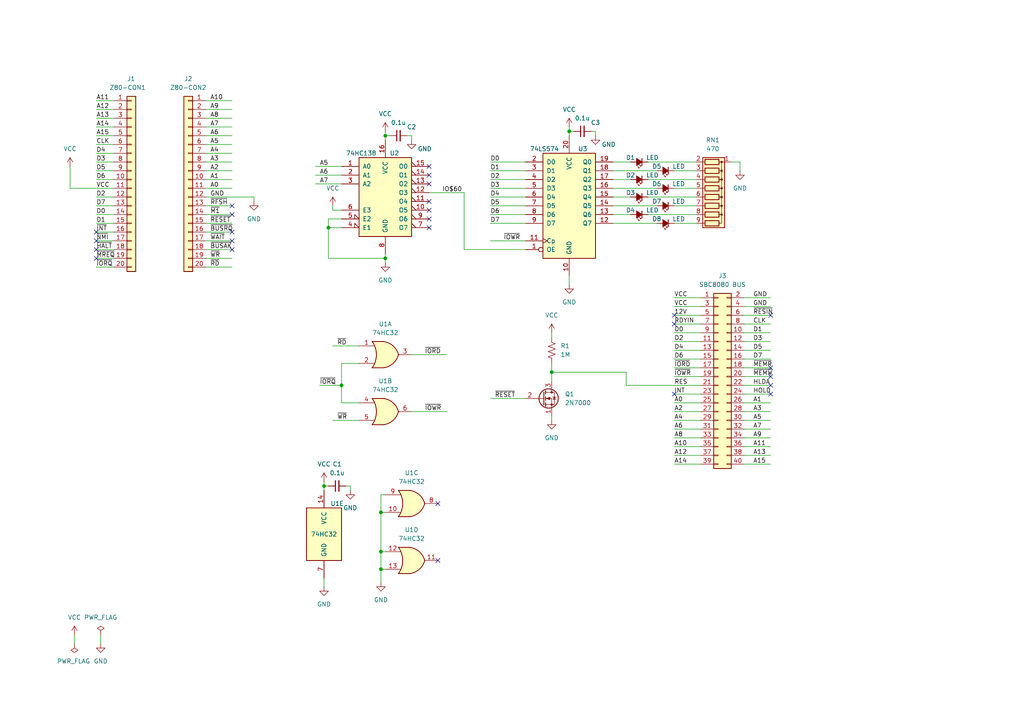
<source format=kicad_sch>
(kicad_sch (version 20211123) (generator eeschema)
  (paper "A4")
  (title_block (title "EMUZ80用 SBC8080バスアダプタ") (date "2022-05-07") (rev "1") (company "KUNI-NET"))
  (lib_symbols
    (symbol "74xx:74LS138" (pin_names (offset 1.016))
      (property "Reference" "U" (at -7.62 11.43 0))
      (property "Value" "74LS138" (at -7.62 -13.97 0))
      (symbol "74LS138_1_0"
        (pin input line (at -12.7 7.62 0) (length 5.08) (name "A0") (number "1"))
        (pin output output_low (at 12.7 -5.08 180) (length 5.08) (name "O5") (number "10"))
        (pin output output_low (at 12.7 -2.54 180) (length 5.08) (name "O4") (number "11"))
        (pin output output_low (at 12.7 0 180) (length 5.08) (name "O3") (number "12"))
        (pin output output_low (at 12.7 2.54 180) (length 5.08) (name "O2") (number "13"))
        (pin output output_low (at 12.7 5.08 180) (length 5.08) (name "O1") (number "14"))
        (pin output output_low (at 12.7 7.62 180) (length 5.08) (name "O0") (number "15"))
        (pin power_in line (at 0 15.24 270) (length 5.08) (name "VCC") (number "16"))
        (pin input line (at -12.7 5.08 0) (length 5.08) (name "A1") (number "2"))
        (pin input line (at -12.7 2.54 0) (length 5.08) (name "A2") (number "3"))
        (pin input input_low (at -12.7 -10.16 0) (length 5.08) (name "E1") (number "4"))
        (pin input input_low (at -12.7 -7.62 0) (length 5.08) (name "E2") (number "5"))
        (pin input line (at -12.7 -5.08 0) (length 5.08) (name "E3") (number "6"))
        (pin output output_low (at 12.7 -10.16 180) (length 5.08) (name "O7") (number "7"))
        (pin power_in line (at 0 -17.78 90) (length 5.08) (name "GND") (number "8"))
        (pin output output_low (at 12.7 -7.62 180) (length 5.08) (name "O6") (number "9"))
      )
      (symbol "74LS138_1_1"
        (rectangle (start -7.62 10.16) (end 7.62 -12.7) (stroke (width 0.254)) (fill (type background)))
      )
    )
    (symbol "74xx:74LS32" (pin_names (offset 1.016))
      (property "Reference" "U" (at 0 1.27 0))
      (property "Value" "74LS32" (at 0 -1.27 0))
      (symbol "74LS32_1_1"
        (arc (start -3.81 -3.81) (mid -2.589 0) (end -3.81 3.81) (stroke (width 0.254)))
        (arc (start -0.6096 -3.81) (mid 2.1842 -2.5851) (end 3.81 0) (stroke (width 0.254)) (fill (type background)))
        (polyline (pts (xy -3.81 -3.81) (xy -0.635 -3.81)) (stroke (width 0.254)) (fill (type background)))
        (polyline (pts (xy -3.81 3.81) (xy -0.635 3.81)) (stroke (width 0.254)) (fill (type background)))
        (polyline (pts (xy -0.635 3.81) (xy -3.81 3.81) (xy -3.81 3.81) (xy -3.556 3.4036) (xy -3.0226 2.2606) (xy -2.6924 1.0414) (xy -2.6162 -0.254) (xy -2.7686 -1.4986) (xy -3.175 -2.7178) (xy -3.81 -3.81) (xy -3.81 -3.81) (xy -0.635 -3.81)) (stroke (width -25.4)) (fill (type background)))
        (arc (start 3.81 0) (mid 2.1915 2.5936) (end -0.6096 3.81) (stroke (width 0.254)) (fill (type background)))
        (pin input line (at -7.62 2.54 0) (length 4.318) (name "~") (number "1"))
        (pin input line (at -7.62 -2.54 0) (length 4.318) (name "~") (number "2"))
        (pin output line (at 7.62 0 180) (length 3.81) (name "~") (number "3"))
      )
      (symbol "74LS32_1_2"
        (arc (start 0 -3.81) (mid 3.81 0) (end 0 3.81) (stroke (width 0.254)) (fill (type background)))
        (polyline (pts (xy 0 3.81) (xy -3.81 3.81) (xy -3.81 -3.81) (xy 0 -3.81)) (stroke (width 0.254)) (fill (type background)))
        (pin input inverted (at -7.62 2.54 0) (length 3.81) (name "~") (number "1"))
        (pin input inverted (at -7.62 -2.54 0) (length 3.81) (name "~") (number "2"))
        (pin output inverted (at 7.62 0 180) (length 3.81) (name "~") (number "3"))
      )
      (symbol "74LS32_2_1"
        (arc (start -3.81 -3.81) (mid -2.589 0) (end -3.81 3.81) (stroke (width 0.254)))
        (arc (start -0.6096 -3.81) (mid 2.1842 -2.5851) (end 3.81 0) (stroke (width 0.254)) (fill (type background)))
        (polyline (pts (xy -3.81 -3.81) (xy -0.635 -3.81)) (stroke (width 0.254)) (fill (type background)))
        (polyline (pts (xy -3.81 3.81) (xy -0.635 3.81)) (stroke (width 0.254)) (fill (type background)))
        (polyline (pts (xy -0.635 3.81) (xy -3.81 3.81) (xy -3.81 3.81) (xy -3.556 3.4036) (xy -3.0226 2.2606) (xy -2.6924 1.0414) (xy -2.6162 -0.254) (xy -2.7686 -1.4986) (xy -3.175 -2.7178) (xy -3.81 -3.81) (xy -3.81 -3.81) (xy -0.635 -3.81)) (stroke (width -25.4)) (fill (type background)))
        (arc (start 3.81 0) (mid 2.1915 2.5936) (end -0.6096 3.81) (stroke (width 0.254)) (fill (type background)))
        (pin input line (at -7.62 2.54 0) (length 4.318) (name "~") (number "4"))
        (pin input line (at -7.62 -2.54 0) (length 4.318) (name "~") (number "5"))
        (pin output line (at 7.62 0 180) (length 3.81) (name "~") (number "6"))
      )
      (symbol "74LS32_2_2"
        (arc (start 0 -3.81) (mid 3.81 0) (end 0 3.81) (stroke (width 0.254)) (fill (type background)))
        (polyline (pts (xy 0 3.81) (xy -3.81 3.81) (xy -3.81 -3.81) (xy 0 -3.81)) (stroke (width 0.254)) (fill (type background)))
        (pin input inverted (at -7.62 2.54 0) (length 3.81) (name "~") (number "4"))
        (pin input inverted (at -7.62 -2.54 0) (length 3.81) (name "~") (number "5"))
        (pin output inverted (at 7.62 0 180) (length 3.81) (name "~") (number "6"))
      )
      (symbol "74LS32_3_1"
        (arc (start -3.81 -3.81) (mid -2.589 0) (end -3.81 3.81) (stroke (width 0.254)))
        (arc (start -0.6096 -3.81) (mid 2.1842 -2.5851) (end 3.81 0) (stroke (width 0.254)) (fill (type background)))
        (polyline (pts (xy -3.81 -3.81) (xy -0.635 -3.81)) (stroke (width 0.254)) (fill (type background)))
        (polyline (pts (xy -3.81 3.81) (xy -0.635 3.81)) (stroke (width 0.254)) (fill (type background)))
        (polyline (pts (xy -0.635 3.81) (xy -3.81 3.81) (xy -3.81 3.81) (xy -3.556 3.4036) (xy -3.0226 2.2606) (xy -2.6924 1.0414) (xy -2.6162 -0.254) (xy -2.7686 -1.4986) (xy -3.175 -2.7178) (xy -3.81 -3.81) (xy -3.81 -3.81) (xy -0.635 -3.81)) (stroke (width -25.4)) (fill (type background)))
        (arc (start 3.81 0) (mid 2.1915 2.5936) (end -0.6096 3.81) (stroke (width 0.254)) (fill (type background)))
        (pin input line (at -7.62 -2.54 0) (length 4.318) (name "~") (number "10"))
        (pin output line (at 7.62 0 180) (length 3.81) (name "~") (number "8"))
        (pin input line (at -7.62 2.54 0) (length 4.318) (name "~") (number "9"))
      )
      (symbol "74LS32_3_2"
        (arc (start 0 -3.81) (mid 3.81 0) (end 0 3.81) (stroke (width 0.254)) (fill (type background)))
        (polyline (pts (xy 0 3.81) (xy -3.81 3.81) (xy -3.81 -3.81) (xy 0 -3.81)) (stroke (width 0.254)) (fill (type background)))
        (pin input inverted (at -7.62 -2.54 0) (length 3.81) (name "~") (number "10"))
        (pin output inverted (at 7.62 0 180) (length 3.81) (name "~") (number "8"))
        (pin input inverted (at -7.62 2.54 0) (length 3.81) (name "~") (number "9"))
      )
      (symbol "74LS32_4_1"
        (arc (start -3.81 -3.81) (mid -2.589 0) (end -3.81 3.81) (stroke (width 0.254)))
        (arc (start -0.6096 -3.81) (mid 2.1842 -2.5851) (end 3.81 0) (stroke (width 0.254)) (fill (type background)))
        (polyline (pts (xy -3.81 -3.81) (xy -0.635 -3.81)) (stroke (width 0.254)) (fill (type background)))
        (polyline (pts (xy -3.81 3.81) (xy -0.635 3.81)) (stroke (width 0.254)) (fill (type background)))
        (polyline (pts (xy -0.635 3.81) (xy -3.81 3.81) (xy -3.81 3.81) (xy -3.556 3.4036) (xy -3.0226 2.2606) (xy -2.6924 1.0414) (xy -2.6162 -0.254) (xy -2.7686 -1.4986) (xy -3.175 -2.7178) (xy -3.81 -3.81) (xy -3.81 -3.81) (xy -0.635 -3.81)) (stroke (width -25.4)) (fill (type background)))
        (arc (start 3.81 0) (mid 2.1915 2.5936) (end -0.6096 3.81) (stroke (width 0.254)) (fill (type background)))
        (pin output line (at 7.62 0 180) (length 3.81) (name "~") (number "11"))
        (pin input line (at -7.62 2.54 0) (length 4.318) (name "~") (number "12"))
        (pin input line (at -7.62 -2.54 0) (length 4.318) (name "~") (number "13"))
      )
      (symbol "74LS32_4_2"
        (arc (start 0 -3.81) (mid 3.81 0) (end 0 3.81) (stroke (width 0.254)) (fill (type background)))
        (polyline (pts (xy 0 3.81) (xy -3.81 3.81) (xy -3.81 -3.81) (xy 0 -3.81)) (stroke (width 0.254)) (fill (type background)))
        (pin output inverted (at 7.62 0 180) (length 3.81) (name "~") (number "11"))
        (pin input inverted (at -7.62 2.54 0) (length 3.81) (name "~") (number "12"))
        (pin input inverted (at -7.62 -2.54 0) (length 3.81) (name "~") (number "13"))
      )
      (symbol "74LS32_5_0"
        (pin power_in line (at 0 12.7 270) (length 5.08) (name "VCC") (number "14"))
        (pin power_in line (at 0 -12.7 90) (length 5.08) (name "GND") (number "7"))
      )
      (symbol "74LS32_5_1"
        (rectangle (start -5.08 7.62) (end 5.08 -7.62) (stroke (width 0.254)) (fill (type background)))
      )
    )
    (symbol "74xx:74LS574" (pin_names (offset 1.016))
      (property "Reference" "U" (at -7.62 16.51 0))
      (property "Value" "74LS574" (at -7.62 -16.51 0))
      (symbol "74LS574_1_0"
        (pin input inverted (at -12.7 -12.7 0) (length 5.08) (name "OE") (number "1"))
        (pin power_in line (at 0 -20.32 90) (length 5.08) (name "GND") (number "10"))
        (pin input clock (at -12.7 -10.16 0) (length 5.08) (name "Cp") (number "11"))
        (pin tri_state line (at 12.7 -5.08 180) (length 5.08) (name "Q7") (number "12"))
        (pin tri_state line (at 12.7 -2.54 180) (length 5.08) (name "Q6") (number "13"))
        (pin tri_state line (at 12.7 0 180) (length 5.08) (name "Q5") (number "14"))
        (pin tri_state line (at 12.7 2.54 180) (length 5.08) (name "Q4") (number "15"))
        (pin tri_state line (at 12.7 5.08 180) (length 5.08) (name "Q3") (number "16"))
        (pin tri_state line (at 12.7 7.62 180) (length 5.08) (name "Q2") (number "17"))
        (pin tri_state line (at 12.7 10.16 180) (length 5.08) (name "Q1") (number "18"))
        (pin tri_state line (at 12.7 12.7 180) (length 5.08) (name "Q0") (number "19"))
        (pin input line (at -12.7 12.7 0) (length 5.08) (name "D0") (number "2"))
        (pin power_in line (at 0 20.32 270) (length 5.08) (name "VCC") (number "20"))
        (pin input line (at -12.7 10.16 0) (length 5.08) (name "D1") (number "3"))
        (pin input line (at -12.7 7.62 0) (length 5.08) (name "D2") (number "4"))
        (pin input line (at -12.7 5.08 0) (length 5.08) (name "D3") (number "5"))
        (pin input line (at -12.7 2.54 0) (length 5.08) (name "D4") (number "6"))
        (pin input line (at -12.7 0 0) (length 5.08) (name "D5") (number "7"))
        (pin input line (at -12.7 -2.54 0) (length 5.08) (name "D6") (number "8"))
        (pin input line (at -12.7 -5.08 0) (length 5.08) (name "D7") (number "9"))
      )
      (symbol "74LS574_1_1"
        (rectangle (start -7.62 15.24) (end 7.62 -15.24) (stroke (width 0.254)) (fill (type background)))
      )
    )
    (symbol "Connector_Generic:Conn_01x20" (pin_names (offset 1.016) hide)
      (property "Reference" "J" (at 0 25.4 0))
      (property "Value" "Conn_01x20" (at 0 -27.94 0))
      (symbol "Conn_01x20_1_1"
        (rectangle (start -1.27 -25.273) (end 0 -25.527) (stroke (width 0.1524)))
        (rectangle (start -1.27 -22.733) (end 0 -22.987) (stroke (width 0.1524)))
        (rectangle (start -1.27 -20.193) (end 0 -20.447) (stroke (width 0.1524)))
        (rectangle (start -1.27 -17.653) (end 0 -17.907) (stroke (width 0.1524)))
        (rectangle (start -1.27 -15.113) (end 0 -15.367) (stroke (width 0.1524)))
        (rectangle (start -1.27 -12.573) (end 0 -12.827) (stroke (width 0.1524)))
        (rectangle (start -1.27 -10.033) (end 0 -10.287) (stroke (width 0.1524)))
        (rectangle (start -1.27 -7.493) (end 0 -7.747) (stroke (width 0.1524)))
        (rectangle (start -1.27 -4.953) (end 0 -5.207) (stroke (width 0.1524)))
        (rectangle (start -1.27 -2.413) (end 0 -2.667) (stroke (width 0.1524)))
        (rectangle (start -1.27 0.127) (end 0 -0.127) (stroke (width 0.1524)))
        (rectangle (start -1.27 2.667) (end 0 2.413) (stroke (width 0.1524)))
        (rectangle (start -1.27 5.207) (end 0 4.953) (stroke (width 0.1524)))
        (rectangle (start -1.27 7.747) (end 0 7.493) (stroke (width 0.1524)))
        (rectangle (start -1.27 10.287) (end 0 10.033) (stroke (width 0.1524)))
        (rectangle (start -1.27 12.827) (end 0 12.573) (stroke (width 0.1524)))
        (rectangle (start -1.27 15.367) (end 0 15.113) (stroke (width 0.1524)))
        (rectangle (start -1.27 17.907) (end 0 17.653) (stroke (width 0.1524)))
        (rectangle (start -1.27 20.447) (end 0 20.193) (stroke (width 0.1524)))
        (rectangle (start -1.27 22.987) (end 0 22.733) (stroke (width 0.1524)))
        (rectangle (start -1.27 24.13) (end 1.27 -26.67) (stroke (width 0.254)) (fill (type background)))
        (pin passive line (at -5.08 22.86 0) (length 3.81) (name "Pin_1") (number "1"))
        (pin passive line (at -5.08 0 0) (length 3.81) (name "Pin_10") (number "10"))
        (pin passive line (at -5.08 -2.54 0) (length 3.81) (name "Pin_11") (number "11"))
        (pin passive line (at -5.08 -5.08 0) (length 3.81) (name "Pin_12") (number "12"))
        (pin passive line (at -5.08 -7.62 0) (length 3.81) (name "Pin_13") (number "13"))
        (pin passive line (at -5.08 -10.16 0) (length 3.81) (name "Pin_14") (number "14"))
        (pin passive line (at -5.08 -12.7 0) (length 3.81) (name "Pin_15") (number "15"))
        (pin passive line (at -5.08 -15.24 0) (length 3.81) (name "Pin_16") (number "16"))
        (pin passive line (at -5.08 -17.78 0) (length 3.81) (name "Pin_17") (number "17"))
        (pin passive line (at -5.08 -20.32 0) (length 3.81) (name "Pin_18") (number "18"))
        (pin passive line (at -5.08 -22.86 0) (length 3.81) (name "Pin_19") (number "19"))
        (pin passive line (at -5.08 20.32 0) (length 3.81) (name "Pin_2") (number "2"))
        (pin passive line (at -5.08 -25.4 0) (length 3.81) (name "Pin_20") (number "20"))
        (pin passive line (at -5.08 17.78 0) (length 3.81) (name "Pin_3") (number "3"))
        (pin passive line (at -5.08 15.24 0) (length 3.81) (name "Pin_4") (number "4"))
        (pin passive line (at -5.08 12.7 0) (length 3.81) (name "Pin_5") (number "5"))
        (pin passive line (at -5.08 10.16 0) (length 3.81) (name "Pin_6") (number "6"))
        (pin passive line (at -5.08 7.62 0) (length 3.81) (name "Pin_7") (number "7"))
        (pin passive line (at -5.08 5.08 0) (length 3.81) (name "Pin_8") (number "8"))
        (pin passive line (at -5.08 2.54 0) (length 3.81) (name "Pin_9") (number "9"))
      )
    )
    (symbol "Connector_Generic:Conn_02x20_Odd_Even" (pin_names (offset 1.016) hide)
      (property "Reference" "J" (at 1.27 25.4 0))
      (property "Value" "Conn_02x20_Odd_Even" (at 1.27 -27.94 0))
      (symbol "Conn_02x20_Odd_Even_1_1"
        (rectangle (start -1.27 -25.273) (end 0 -25.527) (stroke (width 0.1524)))
        (rectangle (start -1.27 -22.733) (end 0 -22.987) (stroke (width 0.1524)))
        (rectangle (start -1.27 -20.193) (end 0 -20.447) (stroke (width 0.1524)))
        (rectangle (start -1.27 -17.653) (end 0 -17.907) (stroke (width 0.1524)))
        (rectangle (start -1.27 -15.113) (end 0 -15.367) (stroke (width 0.1524)))
        (rectangle (start -1.27 -12.573) (end 0 -12.827) (stroke (width 0.1524)))
        (rectangle (start -1.27 -10.033) (end 0 -10.287) (stroke (width 0.1524)))
        (rectangle (start -1.27 -7.493) (end 0 -7.747) (stroke (width 0.1524)))
        (rectangle (start -1.27 -4.953) (end 0 -5.207) (stroke (width 0.1524)))
        (rectangle (start -1.27 -2.413) (end 0 -2.667) (stroke (width 0.1524)))
        (rectangle (start -1.27 0.127) (end 0 -0.127) (stroke (width 0.1524)))
        (rectangle (start -1.27 2.667) (end 0 2.413) (stroke (width 0.1524)))
        (rectangle (start -1.27 5.207) (end 0 4.953) (stroke (width 0.1524)))
        (rectangle (start -1.27 7.747) (end 0 7.493) (stroke (width 0.1524)))
        (rectangle (start -1.27 10.287) (end 0 10.033) (stroke (width 0.1524)))
        (rectangle (start -1.27 12.827) (end 0 12.573) (stroke (width 0.1524)))
        (rectangle (start -1.27 15.367) (end 0 15.113) (stroke (width 0.1524)))
        (rectangle (start -1.27 17.907) (end 0 17.653) (stroke (width 0.1524)))
        (rectangle (start -1.27 20.447) (end 0 20.193) (stroke (width 0.1524)))
        (rectangle (start -1.27 22.987) (end 0 22.733) (stroke (width 0.1524)))
        (rectangle (start -1.27 24.13) (end 3.81 -26.67) (stroke (width 0.254)) (fill (type background)))
        (rectangle (start 3.81 -25.273) (end 2.54 -25.527) (stroke (width 0.1524)))
        (rectangle (start 3.81 -22.733) (end 2.54 -22.987) (stroke (width 0.1524)))
        (rectangle (start 3.81 -20.193) (end 2.54 -20.447) (stroke (width 0.1524)))
        (rectangle (start 3.81 -17.653) (end 2.54 -17.907) (stroke (width 0.1524)))
        (rectangle (start 3.81 -15.113) (end 2.54 -15.367) (stroke (width 0.1524)))
        (rectangle (start 3.81 -12.573) (end 2.54 -12.827) (stroke (width 0.1524)))
        (rectangle (start 3.81 -10.033) (end 2.54 -10.287) (stroke (width 0.1524)))
        (rectangle (start 3.81 -7.493) (end 2.54 -7.747) (stroke (width 0.1524)))
        (rectangle (start 3.81 -4.953) (end 2.54 -5.207) (stroke (width 0.1524)))
        (rectangle (start 3.81 -2.413) (end 2.54 -2.667) (stroke (width 0.1524)))
        (rectangle (start 3.81 0.127) (end 2.54 -0.127) (stroke (width 0.1524)))
        (rectangle (start 3.81 2.667) (end 2.54 2.413) (stroke (width 0.1524)))
        (rectangle (start 3.81 5.207) (end 2.54 4.953) (stroke (width 0.1524)))
        (rectangle (start 3.81 7.747) (end 2.54 7.493) (stroke (width 0.1524)))
        (rectangle (start 3.81 10.287) (end 2.54 10.033) (stroke (width 0.1524)))
        (rectangle (start 3.81 12.827) (end 2.54 12.573) (stroke (width 0.1524)))
        (rectangle (start 3.81 15.367) (end 2.54 15.113) (stroke (width 0.1524)))
        (rectangle (start 3.81 17.907) (end 2.54 17.653) (stroke (width 0.1524)))
        (rectangle (start 3.81 20.447) (end 2.54 20.193) (stroke (width 0.1524)))
        (rectangle (start 3.81 22.987) (end 2.54 22.733) (stroke (width 0.1524)))
        (pin passive line (at -5.08 22.86 0) (length 3.81) (name "Pin_1") (number "1"))
        (pin passive line (at 7.62 12.7 180) (length 3.81) (name "Pin_10") (number "10"))
        (pin passive line (at -5.08 10.16 0) (length 3.81) (name "Pin_11") (number "11"))
        (pin passive line (at 7.62 10.16 180) (length 3.81) (name "Pin_12") (number "12"))
        (pin passive line (at -5.08 7.62 0) (length 3.81) (name "Pin_13") (number "13"))
        (pin passive line (at 7.62 7.62 180) (length 3.81) (name "Pin_14") (number "14"))
        (pin passive line (at -5.08 5.08 0) (length 3.81) (name "Pin_15") (number "15"))
        (pin passive line (at 7.62 5.08 180) (length 3.81) (name "Pin_16") (number "16"))
        (pin passive line (at -5.08 2.54 0) (length 3.81) (name "Pin_17") (number "17"))
        (pin passive line (at 7.62 2.54 180) (length 3.81) (name "Pin_18") (number "18"))
        (pin passive line (at -5.08 0 0) (length 3.81) (name "Pin_19") (number "19"))
        (pin passive line (at 7.62 22.86 180) (length 3.81) (name "Pin_2") (number "2"))
        (pin passive line (at 7.62 0 180) (length 3.81) (name "Pin_20") (number "20"))
        (pin passive line (at -5.08 -2.54 0) (length 3.81) (name "Pin_21") (number "21"))
        (pin passive line (at 7.62 -2.54 180) (length 3.81) (name "Pin_22") (number "22"))
        (pin passive line (at -5.08 -5.08 0) (length 3.81) (name "Pin_23") (number "23"))
        (pin passive line (at 7.62 -5.08 180) (length 3.81) (name "Pin_24") (number "24"))
        (pin passive line (at -5.08 -7.62 0) (length 3.81) (name "Pin_25") (number "25"))
        (pin passive line (at 7.62 -7.62 180) (length 3.81) (name "Pin_26") (number "26"))
        (pin passive line (at -5.08 -10.16 0) (length 3.81) (name "Pin_27") (number "27"))
        (pin passive line (at 7.62 -10.16 180) (length 3.81) (name "Pin_28") (number "28"))
        (pin passive line (at -5.08 -12.7 0) (length 3.81) (name "Pin_29") (number "29"))
        (pin passive line (at -5.08 20.32 0) (length 3.81) (name "Pin_3") (number "3"))
        (pin passive line (at 7.62 -12.7 180) (length 3.81) (name "Pin_30") (number "30"))
        (pin passive line (at -5.08 -15.24 0) (length 3.81) (name "Pin_31") (number "31"))
        (pin passive line (at 7.62 -15.24 180) (length 3.81) (name "Pin_32") (number "32"))
        (pin passive line (at -5.08 -17.78 0) (length 3.81) (name "Pin_33") (number "33"))
        (pin passive line (at 7.62 -17.78 180) (length 3.81) (name "Pin_34") (number "34"))
        (pin passive line (at -5.08 -20.32 0) (length 3.81) (name "Pin_35") (number "35"))
        (pin passive line (at 7.62 -20.32 180) (length 3.81) (name "Pin_36") (number "36"))
        (pin passive line (at -5.08 -22.86 0) (length 3.81) (name "Pin_37") (number "37"))
        (pin passive line (at 7.62 -22.86 180) (length 3.81) (name "Pin_38") (number "38"))
        (pin passive line (at -5.08 -25.4 0) (length 3.81) (name "Pin_39") (number "39"))
        (pin passive line (at 7.62 20.32 180) (length 3.81) (name "Pin_4") (number "4"))
        (pin passive line (at 7.62 -25.4 180) (length 3.81) (name "Pin_40") (number "40"))
        (pin passive line (at -5.08 17.78 0) (length 3.81) (name "Pin_5") (number "5"))
        (pin passive line (at 7.62 17.78 180) (length 3.81) (name "Pin_6") (number "6"))
        (pin passive line (at -5.08 15.24 0) (length 3.81) (name "Pin_7") (number "7"))
        (pin passive line (at 7.62 15.24 180) (length 3.81) (name "Pin_8") (number "8"))
        (pin passive line (at -5.08 12.7 0) (length 3.81) (name "Pin_9") (number "9"))
      )
    )
    (symbol "Device:C_Small" (pin_numbers hide) (pin_names (offset 0.254) hide)
      (property "Reference" "C" (at 0.254 1.778 0))
      (property "Value" "C_Small" (at 0.254 -2.032 0))
      (symbol "C_Small_0_1"
        (polyline (pts (xy -1.524 -0.508) (xy 1.524 -0.508)) (stroke (width 0.3302)))
        (polyline (pts (xy -1.524 0.508) (xy 1.524 0.508)) (stroke (width 0.3048)))
      )
      (symbol "C_Small_1_1"
        (pin passive line (at 0 2.54 270) (length 2.032) (name "~") (number "1"))
        (pin passive line (at 0 -2.54 90) (length 2.032) (name "~") (number "2"))
      )
    )
    (symbol "Device:LED_Small_Filled" (pin_numbers hide) (pin_names (offset 0.254) hide)
      (property "Reference" "D" (at -1.27 3.175 0))
      (property "Value" "LED_Small_Filled" (at -4.445 -2.54 0))
      (symbol "LED_Small_Filled_0_1"
        (polyline (pts (xy -0.762 -1.016) (xy -0.762 1.016)) (stroke (width 0.254)))
        (polyline (pts (xy 1.016 0) (xy -0.762 0)))
        (polyline (pts (xy 0.762 -1.016) (xy -0.762 0) (xy 0.762 1.016) (xy 0.762 -1.016)) (stroke (width 0.254)) (fill (type outline)))
        (polyline (pts (xy 0 0.762) (xy -0.508 1.27) (xy -0.254 1.27) (xy -0.508 1.27) (xy -0.508 1.016)))
        (polyline (pts (xy 0.508 1.27) (xy 0 1.778) (xy 0.254 1.778) (xy 0 1.778) (xy 0 1.524)))
      )
      (symbol "LED_Small_Filled_1_1"
        (pin passive line (at -2.54 0 0) (length 1.778) (name "K") (number "1"))
        (pin passive line (at 2.54 0 180) (length 1.778) (name "A") (number "2"))
      )
    )
    (symbol "Device:R_Network08" (pin_names (offset 0) hide)
      (property "Reference" "RN" (at -12.7 0 90))
      (property "Value" "R_Network08" (at 10.16 0 90))
      (symbol "R_Network08_0_1"
        (rectangle (start -11.43 -3.175) (end 8.89 3.175) (stroke (width 0.254)) (fill (type background)))
        (rectangle (start -10.922 1.524) (end -9.398 -2.54) (stroke (width 0.254)))
        (circle (center -10.16 2.286) (radius 0.254) (fill (type outline)))
        (rectangle (start -8.382 1.524) (end -6.858 -2.54) (stroke (width 0.254)))
        (circle (center -7.62 2.286) (radius 0.254) (fill (type outline)))
        (rectangle (start -5.842 1.524) (end -4.318 -2.54) (stroke (width 0.254)))
        (circle (center -5.08 2.286) (radius 0.254) (fill (type outline)))
        (rectangle (start -3.302 1.524) (end -1.778 -2.54) (stroke (width 0.254)))
        (circle (center -2.54 2.286) (radius 0.254) (fill (type outline)))
        (rectangle (start -0.762 1.524) (end 0.762 -2.54) (stroke (width 0.254)))
        (polyline (pts (xy -10.16 -2.54) (xy -10.16 -3.81)))
        (polyline (pts (xy -7.62 -2.54) (xy -7.62 -3.81)))
        (polyline (pts (xy -5.08 -2.54) (xy -5.08 -3.81)))
        (polyline (pts (xy -2.54 -2.54) (xy -2.54 -3.81)))
        (polyline (pts (xy 0 -2.54) (xy 0 -3.81)))
        (polyline (pts (xy 2.54 -2.54) (xy 2.54 -3.81)))
        (polyline (pts (xy 5.08 -2.54) (xy 5.08 -3.81)))
        (polyline (pts (xy 7.62 -2.54) (xy 7.62 -3.81)))
        (polyline (pts (xy -10.16 1.524) (xy -10.16 2.286) (xy -7.62 2.286) (xy -7.62 1.524)))
        (polyline (pts (xy -7.62 1.524) (xy -7.62 2.286) (xy -5.08 2.286) (xy -5.08 1.524)))
        (polyline (pts (xy -5.08 1.524) (xy -5.08 2.286) (xy -2.54 2.286) (xy -2.54 1.524)))
        (polyline (pts (xy -2.54 1.524) (xy -2.54 2.286) (xy 0 2.286) (xy 0 1.524)))
        (polyline (pts (xy 0 1.524) (xy 0 2.286) (xy 2.54 2.286) (xy 2.54 1.524)))
        (polyline (pts (xy 2.54 1.524) (xy 2.54 2.286) (xy 5.08 2.286) (xy 5.08 1.524)))
        (polyline (pts (xy 5.08 1.524) (xy 5.08 2.286) (xy 7.62 2.286) (xy 7.62 1.524)))
        (circle (center 0 2.286) (radius 0.254) (fill (type outline)))
        (rectangle (start 1.778 1.524) (end 3.302 -2.54) (stroke (width 0.254)))
        (circle (center 2.54 2.286) (radius 0.254) (fill (type outline)))
        (rectangle (start 4.318 1.524) (end 5.842 -2.54) (stroke (width 0.254)))
        (circle (center 5.08 2.286) (radius 0.254) (fill (type outline)))
        (rectangle (start 6.858 1.524) (end 8.382 -2.54) (stroke (width 0.254)))
      )
      (symbol "R_Network08_1_1"
        (pin passive line (at -10.16 5.08 270) (length 2.54) (name "common") (number "1"))
        (pin passive line (at -10.16 -5.08 90) (length 1.27) (name "R1") (number "2"))
        (pin passive line (at -7.62 -5.08 90) (length 1.27) (name "R2") (number "3"))
        (pin passive line (at -5.08 -5.08 90) (length 1.27) (name "R3") (number "4"))
        (pin passive line (at -2.54 -5.08 90) (length 1.27) (name "R4") (number "5"))
        (pin passive line (at 0 -5.08 90) (length 1.27) (name "R5") (number "6"))
        (pin passive line (at 2.54 -5.08 90) (length 1.27) (name "R6") (number "7"))
        (pin passive line (at 5.08 -5.08 90) (length 1.27) (name "R7") (number "8"))
        (pin passive line (at 7.62 -5.08 90) (length 1.27) (name "R8") (number "9"))
      )
    )
    (symbol "Device:R_US" (pin_numbers hide) (pin_names (offset 0))
      (property "Reference" "R" (at 2.54 0 90))
      (property "Value" "R_US" (at -2.54 0 90))
      (symbol "R_US_0_1"
        (polyline (pts (xy 0 -2.286) (xy 0 -2.54)))
        (polyline (pts (xy 0 2.286) (xy 0 2.54)))
        (polyline (pts (xy 0 -0.762) (xy 1.016 -1.143) (xy 0 -1.524) (xy -1.016 -1.905) (xy 0 -2.286)))
        (polyline (pts (xy 0 0.762) (xy 1.016 0.381) (xy 0 0) (xy -1.016 -0.381) (xy 0 -0.762)))
        (polyline (pts (xy 0 2.286) (xy 1.016 1.905) (xy 0 1.524) (xy -1.016 1.143) (xy 0 0.762)))
      )
      (symbol "R_US_1_1"
        (pin passive line (at 0 3.81 270) (length 1.27) (name "~") (number "1"))
        (pin passive line (at 0 -3.81 90) (length 1.27) (name "~") (number "2"))
      )
    )
    (symbol "Transistor_FET:2N7000" (pin_names hide)
      (property "Reference" "Q" (at 5.08 1.905 0))
      (property "Value" "2N7000" (at 5.08 0 0))
      (symbol "2N7000_0_1"
        (polyline (pts (xy 0.254 0) (xy -2.54 0)))
        (polyline (pts (xy 0.254 1.905) (xy 0.254 -1.905)) (stroke (width 0.254)))
        (polyline (pts (xy 0.762 -1.27) (xy 0.762 -2.286)) (stroke (width 0.254)))
        (polyline (pts (xy 0.762 0.508) (xy 0.762 -0.508)) (stroke (width 0.254)))
        (polyline (pts (xy 0.762 2.286) (xy 0.762 1.27)) (stroke (width 0.254)))
        (polyline (pts (xy 2.54 2.54) (xy 2.54 1.778)))
        (polyline (pts (xy 2.54 -2.54) (xy 2.54 0) (xy 0.762 0)))
        (polyline (pts (xy 0.762 -1.778) (xy 3.302 -1.778) (xy 3.302 1.778) (xy 0.762 1.778)))
        (polyline (pts (xy 1.016 0) (xy 2.032 0.381) (xy 2.032 -0.381) (xy 1.016 0)) (fill (type outline)))
        (polyline (pts (xy 2.794 0.508) (xy 2.921 0.381) (xy 3.683 0.381) (xy 3.81 0.254)))
        (polyline (pts (xy 3.302 0.381) (xy 2.921 -0.254) (xy 3.683 -0.254) (xy 3.302 0.381)))
        (circle (center 1.651 0) (radius 2.794) (stroke (width 0.254)))
        (circle (center 2.54 -1.778) (radius 0.254) (fill (type outline)))
        (circle (center 2.54 1.778) (radius 0.254) (fill (type outline)))
      )
      (symbol "2N7000_1_1"
        (pin passive line (at 2.54 -5.08 90) (length 2.54) (name "S") (number "1"))
        (pin input line (at -5.08 0 0) (length 2.54) (name "G") (number "2"))
        (pin passive line (at 2.54 5.08 270) (length 2.54) (name "D") (number "3"))
      )
    )
    (symbol "power:GND" (power) (pin_names (offset 0))
      (property "Value" "GND" (at 0 -3.81 0))
      (symbol "GND_0_1"
        (polyline (pts (xy 0 0) (xy 0 -1.27) (xy 1.27 -1.27) (xy 0 -2.54) (xy -1.27 -1.27) (xy 0 -1.27)))
      )
      (symbol "GND_1_1"
        (pin power_in line (at 0 0 270) (length 0) hide (name "GND") (number "1"))
      )
    )
    (symbol "power:PWR_FLAG" (power) (pin_numbers hide) (pin_names (offset 0) hide)
      (property "Value" "PWR_FLAG" (at 0 3.81 0))
      (symbol "PWR_FLAG_0_0"
        (pin power_out line (at 0 0 90) (length 0) (name "pwr") (number "1"))
      )
      (symbol "PWR_FLAG_0_1"
        (polyline (pts (xy 0 0) (xy 0 1.27) (xy -1.016 1.905) (xy 0 2.54) (xy 1.016 1.905) (xy 0 1.27)))
      )
    )
    (symbol "power:VCC" (power) (pin_names (offset 0))
      (property "Value" "VCC" (at 0 3.81 0))
      (symbol "VCC_0_1"
        (polyline (pts (xy -0.762 1.27) (xy 0 2.54)))
        (polyline (pts (xy 0 0) (xy 0 2.54)))
        (polyline (pts (xy 0 2.54) (xy 0.762 1.27)))
      )
      (symbol "VCC_1_1"
        (pin power_in line (at 0 0 90) (length 0) hide (name "VCC") (number "1"))
      )
    )
  )
  (junction (at 111.76 74.93))
  (junction (at 110.49 160.02))
  (junction (at 160.02 107.95))
  (junction (at 95.25 66.04))
  (junction (at 165.1 38.1))
  (junction (at 111.76 39.37))
  (junction (at 99.06 111.76))
  (junction (at 93.98 140.97))
  (junction (at 110.49 165.1))
  (junction (at 110.49 148.59))
  (no_connect (at 195.58 91.44))
  (no_connect (at 195.58 93.98))
  (no_connect (at 223.52 106.68))
  (no_connect (at 223.52 91.44))
  (no_connect (at 223.52 114.3))
  (no_connect (at 223.52 111.76))
  (no_connect (at 223.52 109.22))
  (no_connect (at 124.46 58.42))
  (no_connect (at 124.46 60.96))
  (no_connect (at 124.46 63.5))
  (no_connect (at 124.46 66.04))
  (no_connect (at 124.46 48.26))
  (no_connect (at 124.46 50.8))
  (no_connect (at 124.46 53.34))
  (no_connect (at 67.31 67.31))
  (no_connect (at 67.31 69.85))
  (no_connect (at 67.31 72.39))
  (no_connect (at 67.31 59.69))
  (no_connect (at 67.31 62.23))
  (no_connect (at 27.94 69.85))
  (no_connect (at 27.94 67.31))
  (no_connect (at 27.94 74.93))
  (no_connect (at 27.94 72.39))
  (no_connect (at 195.58 114.3))
  (no_connect (at 127 146.05))
  (no_connect (at 127 162.56))
  (wire (pts (xy 165.1 36.83) (xy 165.1 38.1)))
  (wire (pts (xy 142.24 57.15) (xy 152.4 57.15)))
  (wire (pts (xy 110.49 168.91) (xy 110.49 165.1)))
  (wire (pts (xy 215.9 127) (xy 223.52 127)))
  (wire (pts (xy 27.94 41.91) (xy 33.02 41.91)))
  (wire (pts (xy 119.38 119.38) (xy 129.54 119.38)))
  (wire (pts (xy 195.58 104.14) (xy 203.2 104.14)))
  (wire (pts (xy 99.06 60.96) (xy 96.52 60.96)))
  (wire (pts (xy 118.11 39.37) (xy 119.38 39.37)))
  (wire (pts (xy 195.58 127) (xy 203.2 127)))
  (wire (pts (xy 181.61 107.95) (xy 181.61 111.76)))
  (wire (pts (xy 195.58 121.92) (xy 203.2 121.92)))
  (wire (pts (xy 59.69 54.61) (xy 67.31 54.61)))
  (wire (pts (xy 215.9 134.62) (xy 223.52 134.62)))
  (wire (pts (xy 21.59 184.15) (xy 21.59 186.69)))
  (wire (pts (xy 29.21 184.15) (xy 29.21 186.69)))
  (wire (pts (xy 27.94 31.75) (xy 33.02 31.75)))
  (wire (pts (xy 27.94 34.29) (xy 33.02 34.29)))
  (wire (pts (xy 20.32 48.26) (xy 20.32 54.61)))
  (wire (pts (xy 119.38 102.87) (xy 129.54 102.87)))
  (wire (pts (xy 59.69 46.99) (xy 67.31 46.99)))
  (wire (pts (xy 27.94 74.93) (xy 33.02 74.93)))
  (wire (pts (xy 93.98 139.7) (xy 93.98 140.97)))
  (wire (pts (xy 215.9 104.14) (xy 223.52 104.14)))
  (wire (pts (xy 95.25 66.04) (xy 95.25 63.5)))
  (wire (pts (xy 59.69 49.53) (xy 67.31 49.53)))
  (wire (pts (xy 195.58 109.22) (xy 203.2 109.22)))
  (wire (pts (xy 101.6 140.97) (xy 101.6 142.24)))
  (wire (pts (xy 59.69 41.91) (xy 67.31 41.91)))
  (wire (pts (xy 195.58 99.06) (xy 203.2 99.06)))
  (wire (pts (xy 142.24 54.61) (xy 152.4 54.61)))
  (wire (pts (xy 215.9 124.46) (xy 223.52 124.46)))
  (wire (pts (xy 215.9 96.52) (xy 223.52 96.52)))
  (wire (pts (xy 195.58 54.61) (xy 201.93 54.61)))
  (wire (pts (xy 177.8 54.61) (xy 190.5 54.61)))
  (wire (pts (xy 27.94 49.53) (xy 33.02 49.53)))
  (wire (pts (xy 142.24 69.85) (xy 152.4 69.85)))
  (wire (pts (xy 195.58 129.54) (xy 203.2 129.54)))
  (wire (pts (xy 59.69 62.23) (xy 67.31 62.23)))
  (wire (pts (xy 93.98 167.64) (xy 93.98 170.18)))
  (wire (pts (xy 215.9 106.68) (xy 223.52 106.68)))
  (wire (pts (xy 187.96 46.99) (xy 201.93 46.99)))
  (wire (pts (xy 214.63 46.99) (xy 214.63 49.53)))
  (wire (pts (xy 142.24 46.99) (xy 152.4 46.99)))
  (wire (pts (xy 177.8 46.99) (xy 182.88 46.99)))
  (wire (pts (xy 27.94 52.07) (xy 33.02 52.07)))
  (wire (pts (xy 195.58 114.3) (xy 203.2 114.3)))
  (wire (pts (xy 110.49 160.02) (xy 110.49 148.59)))
  (wire (pts (xy 110.49 143.51) (xy 111.76 143.51)))
  (wire (pts (xy 111.76 39.37) (xy 111.76 40.64)))
  (wire (pts (xy 215.9 88.9) (xy 223.52 88.9)))
  (wire (pts (xy 195.58 124.46) (xy 203.2 124.46)))
  (wire (pts (xy 181.61 111.76) (xy 203.2 111.76)))
  (wire (pts (xy 91.44 53.34) (xy 99.06 53.34)))
  (wire (pts (xy 160.02 120.65) (xy 160.02 121.92)))
  (wire (pts (xy 91.44 50.8) (xy 99.06 50.8)))
  (wire (pts (xy 195.58 59.69) (xy 201.93 59.69)))
  (wire (pts (xy 195.58 116.84) (xy 203.2 116.84)))
  (wire (pts (xy 195.58 86.36) (xy 203.2 86.36)))
  (wire (pts (xy 110.49 148.59) (xy 110.49 143.51)))
  (wire (pts (xy 59.69 67.31) (xy 67.31 67.31)))
  (wire (pts (xy 124.46 55.88) (xy 134.62 55.88)))
  (wire (pts (xy 142.24 115.57) (xy 152.4 115.57)))
  (wire (pts (xy 27.94 36.83) (xy 33.02 36.83)))
  (wire (pts (xy 195.58 101.6) (xy 203.2 101.6)))
  (wire (pts (xy 195.58 49.53) (xy 201.93 49.53)))
  (wire (pts (xy 177.8 64.77) (xy 190.5 64.77)))
  (wire (pts (xy 212.09 46.99) (xy 214.63 46.99)))
  (wire (pts (xy 195.58 93.98) (xy 203.2 93.98)))
  (wire (pts (xy 99.06 111.76) (xy 99.06 105.41)))
  (wire (pts (xy 177.8 57.15) (xy 182.88 57.15)))
  (wire (pts (xy 187.96 62.23) (xy 201.93 62.23)))
  (wire (pts (xy 195.58 132.08) (xy 203.2 132.08)))
  (wire (pts (xy 142.24 52.07) (xy 152.4 52.07)))
  (wire (pts (xy 215.9 121.92) (xy 223.52 121.92)))
  (wire (pts (xy 165.1 38.1) (xy 165.1 39.37)))
  (wire (pts (xy 195.58 134.62) (xy 203.2 134.62)))
  (wire (pts (xy 111.76 38.1) (xy 111.76 39.37)))
  (wire (pts (xy 177.8 52.07) (xy 182.88 52.07)))
  (wire (pts (xy 187.96 57.15) (xy 201.93 57.15)))
  (wire (pts (xy 27.94 59.69) (xy 33.02 59.69)))
  (wire (pts (xy 142.24 59.69) (xy 152.4 59.69)))
  (wire (pts (xy 96.52 121.92) (xy 104.14 121.92)))
  (wire (pts (xy 99.06 111.76) (xy 99.06 116.84)))
  (wire (pts (xy 59.69 74.93) (xy 67.31 74.93)))
  (wire (pts (xy 27.94 64.77) (xy 33.02 64.77)))
  (wire (pts (xy 27.94 69.85) (xy 33.02 69.85)))
  (wire (pts (xy 59.69 69.85) (xy 67.31 69.85)))
  (wire (pts (xy 215.9 99.06) (xy 223.52 99.06)))
  (wire (pts (xy 134.62 55.88) (xy 134.62 72.39)))
  (wire (pts (xy 215.9 129.54) (xy 223.52 129.54)))
  (wire (pts (xy 215.9 86.36) (xy 223.52 86.36)))
  (wire (pts (xy 111.76 74.93) (xy 111.76 76.2)))
  (wire (pts (xy 187.96 52.07) (xy 201.93 52.07)))
  (wire (pts (xy 27.94 77.47) (xy 33.02 77.47)))
  (wire (pts (xy 27.94 44.45) (xy 33.02 44.45)))
  (wire (pts (xy 111.76 73.66) (xy 111.76 74.93)))
  (wire (pts (xy 59.69 57.15) (xy 73.66 57.15)))
  (wire (pts (xy 134.62 72.39) (xy 152.4 72.39)))
  (wire (pts (xy 93.98 140.97) (xy 93.98 142.24)))
  (wire (pts (xy 100.33 140.97) (xy 101.6 140.97)))
  (wire (pts (xy 27.94 72.39) (xy 33.02 72.39)))
  (wire (pts (xy 95.25 66.04) (xy 99.06 66.04)))
  (wire (pts (xy 171.45 38.1) (xy 172.72 38.1)))
  (wire (pts (xy 96.52 100.33) (xy 104.14 100.33)))
  (wire (pts (xy 215.9 116.84) (xy 223.52 116.84)))
  (wire (pts (xy 215.9 114.3) (xy 223.52 114.3)))
  (wire (pts (xy 215.9 109.22) (xy 223.52 109.22)))
  (wire (pts (xy 177.8 62.23) (xy 182.88 62.23)))
  (wire (pts (xy 20.32 54.61) (xy 33.02 54.61)))
  (wire (pts (xy 215.9 101.6) (xy 223.52 101.6)))
  (wire (pts (xy 110.49 148.59) (xy 111.76 148.59)))
  (wire (pts (xy 111.76 74.93) (xy 95.25 74.93)))
  (wire (pts (xy 142.24 49.53) (xy 152.4 49.53)))
  (wire (pts (xy 59.69 29.21) (xy 67.31 29.21)))
  (wire (pts (xy 92.71 111.76) (xy 99.06 111.76)))
  (wire (pts (xy 59.69 44.45) (xy 67.31 44.45)))
  (wire (pts (xy 95.25 74.93) (xy 95.25 66.04)))
  (wire (pts (xy 91.44 48.26) (xy 99.06 48.26)))
  (wire (pts (xy 95.25 63.5) (xy 99.06 63.5)))
  (wire (pts (xy 195.58 106.68) (xy 203.2 106.68)))
  (wire (pts (xy 59.69 36.83) (xy 67.31 36.83)))
  (wire (pts (xy 110.49 165.1) (xy 110.49 160.02)))
  (wire (pts (xy 177.8 49.53) (xy 190.5 49.53)))
  (wire (pts (xy 59.69 64.77) (xy 67.31 64.77)))
  (wire (pts (xy 27.94 62.23) (xy 33.02 62.23)))
  (wire (pts (xy 172.72 38.1) (xy 172.72 39.37)))
  (wire (pts (xy 215.9 93.98) (xy 223.52 93.98)))
  (wire (pts (xy 99.06 105.41) (xy 104.14 105.41)))
  (wire (pts (xy 215.9 119.38) (xy 223.52 119.38)))
  (wire (pts (xy 27.94 67.31) (xy 33.02 67.31)))
  (wire (pts (xy 59.69 52.07) (xy 67.31 52.07)))
  (wire (pts (xy 195.58 119.38) (xy 203.2 119.38)))
  (wire (pts (xy 195.58 64.77) (xy 201.93 64.77)))
  (wire (pts (xy 119.38 39.37) (xy 119.38 40.64)))
  (wire (pts (xy 160.02 96.52) (xy 160.02 97.79)))
  (wire (pts (xy 142.24 64.77) (xy 152.4 64.77)))
  (wire (pts (xy 215.9 91.44) (xy 223.52 91.44)))
  (wire (pts (xy 110.49 160.02) (xy 111.76 160.02)))
  (wire (pts (xy 59.69 39.37) (xy 67.31 39.37)))
  (wire (pts (xy 177.8 59.69) (xy 190.5 59.69)))
  (wire (pts (xy 59.69 77.47) (xy 67.31 77.47)))
  (wire (pts (xy 195.58 88.9) (xy 203.2 88.9)))
  (wire (pts (xy 160.02 107.95) (xy 160.02 110.49)))
  (wire (pts (xy 110.49 165.1) (xy 111.76 165.1)))
  (wire (pts (xy 160.02 107.95) (xy 181.61 107.95)))
  (wire (pts (xy 59.69 72.39) (xy 67.31 72.39)))
  (wire (pts (xy 160.02 105.41) (xy 160.02 107.95)))
  (wire (pts (xy 27.94 29.21) (xy 33.02 29.21)))
  (wire (pts (xy 59.69 59.69) (xy 67.31 59.69)))
  (wire (pts (xy 93.98 140.97) (xy 95.25 140.97)))
  (wire (pts (xy 96.52 60.96) (xy 96.52 59.69)))
  (wire (pts (xy 111.76 39.37) (xy 113.03 39.37)))
  (wire (pts (xy 99.06 116.84) (xy 104.14 116.84)))
  (wire (pts (xy 165.1 38.1) (xy 166.37 38.1)))
  (wire (pts (xy 27.94 46.99) (xy 33.02 46.99)))
  (wire (pts (xy 215.9 132.08) (xy 223.52 132.08)))
  (wire (pts (xy 59.69 34.29) (xy 67.31 34.29)))
  (wire (pts (xy 27.94 57.15) (xy 33.02 57.15)))
  (wire (pts (xy 59.69 31.75) (xy 67.31 31.75)))
  (wire (pts (xy 195.58 91.44) (xy 203.2 91.44)))
  (wire (pts (xy 27.94 39.37) (xy 33.02 39.37)))
  (wire (pts (xy 165.1 80.01) (xy 165.1 82.55)))
  (wire (pts (xy 142.24 62.23) (xy 152.4 62.23)))
  (wire (pts (xy 73.66 57.15) (xy 73.66 58.42)))
  (wire (pts (xy 195.58 96.52) (xy 203.2 96.52)))
  (wire (pts (xy 215.9 111.76) (xy 223.52 111.76)))
  (label "A5" (at 60.96 41.91 0))
  (label "D0" (at 27.94 62.23 0))
  (label "A8" (at 195.58 127 0))
  (label "A11" (at 218.44 129.54 0))
  (label "~{RD}" (at 97.79 100.33 0))
  (label "~{MEMR}" (at 218.44 106.68 0))
  (label "D4" (at 142.24 57.15 0))
  (label "A0" (at 195.58 116.84 0))
  (label "~{HALT}" (at 27.94 72.39 0))
  (label "A0" (at 60.96 54.61 0))
  (label "INT" (at 195.58 114.3 0))
  (label "GND" (at 218.44 88.9 0))
  (label "D2" (at 142.24 52.07 0))
  (label "~{IOWR}" (at 123.19 119.38 0))
  (label "~{IORQ}" (at 27.94 77.47 0))
  (label "D1" (at 218.44 96.52 0))
  (label "A1" (at 60.96 52.07 0))
  (label "D5" (at 142.24 59.69 0))
  (label "A2" (at 195.58 119.38 0))
  (label "A5" (at 92.71 48.26 0))
  (label "A6" (at 195.58 124.46 0))
  (label "A5" (at 218.44 121.92 0))
  (label "~{RESIN}" (at 218.44 91.44 0))
  (label "~{RESET}" (at 60.96 64.77 0))
  (label "A6" (at 92.71 50.8 0))
  (label "~{IOWR}" (at 146.05 69.85 0))
  (label "A7" (at 92.71 53.34 0))
  (label "A10" (at 60.96 29.21 0))
  (label "HOLD" (at 218.44 114.3 0))
  (label "D2" (at 27.94 57.15 0))
  (label "~{IORD}" (at 123.19 102.87 0))
  (label "A9" (at 218.44 127 0))
  (label "D6" (at 142.24 62.23 0))
  (label "A4" (at 60.96 44.45 0))
  (label "A8" (at 60.96 34.29 0))
  (label "~{BUSAK}" (at 60.96 72.39 0))
  (label "GND" (at 60.96 57.15 0))
  (label "VCC" (at 195.58 86.36 0))
  (label "~{RFSH}" (at 60.96 59.69 0))
  (label "D7" (at 218.44 104.14 0))
  (label "D1" (at 27.94 64.77 0))
  (label "RES" (at 195.58 111.76 0))
  (label "~{M1}" (at 60.96 62.23 0))
  (label "A15" (at 218.44 134.62 0))
  (label "A13" (at 27.94 34.29 0))
  (label "A7" (at 60.96 36.83 0))
  (label "A11" (at 27.94 29.21 0))
  (label "D5" (at 218.44 101.6 0))
  (label "D4" (at 27.94 44.45 0))
  (label "A15" (at 27.94 39.37 0))
  (label "A1" (at 218.44 116.84 0))
  (label "D2" (at 195.58 99.06 0))
  (label "D6" (at 195.58 104.14 0))
  (label "A12" (at 195.58 132.08 0))
  (label "~{IOWR}" (at 195.58 109.22 0))
  (label "~{WR}" (at 60.96 74.93 0))
  (label "A6" (at 60.96 39.37 0))
  (label "A7" (at 218.44 124.46 0))
  (label "D7" (at 142.24 64.77 0))
  (label "D3" (at 27.94 46.99 0))
  (label "A9" (at 60.96 31.75 0))
  (label "~{MEMW}" (at 218.44 109.22 0))
  (label "VCC" (at 195.58 88.9 0))
  (label "~{WAIT}" (at 60.96 69.85 0))
  (label "A3" (at 218.44 119.38 0))
  (label "D7" (at 27.94 59.69 0))
  (label "D0" (at 195.58 96.52 0))
  (label "A3" (at 60.96 46.99 0))
  (label "~{IORQ}" (at 92.71 111.76 0))
  (label "A13" (at 218.44 132.08 0))
  (label "A2" (at 60.96 49.53 0))
  (label "IO$60" (at 128.27 55.88 0))
  (label "~{MREQ}" (at 27.94 74.93 0))
  (label "D3" (at 218.44 99.06 0))
  (label "~{WR}" (at 97.79 121.92 0))
  (label "~{RD}" (at 60.96 77.47 0))
  (label "12V" (at 195.58 91.44 0))
  (label "~{NMI}" (at 27.94 69.85 0))
  (label "~{BUSRQ}" (at 60.96 67.31 0))
  (label "CLK" (at 27.94 41.91 0))
  (label "RDYIN" (at 195.58 93.98 0))
  (label "A12" (at 27.94 31.75 0))
  (label "HLDA" (at 218.44 111.76 0))
  (label "A14" (at 27.94 36.83 0))
  (label "VCC" (at 27.94 54.61 0))
  (label "~{RESET}" (at 143.51 115.57 0))
  (label "D5" (at 27.94 49.53 0))
  (label "~{INT}" (at 27.94 67.31 0))
  (label "~{IORD}" (at 195.58 106.68 0))
  (label "CLK" (at 218.44 93.98 0))
  (label "A4" (at 195.58 121.92 0))
  (label "D3" (at 142.24 54.61 0))
  (label "D6" (at 27.94 52.07 0))
  (label "D0" (at 142.24 46.99 0))
  (label "A10" (at 195.58 129.54 0))
  (label "A14" (at 195.58 134.62 0))
  (label "D1" (at 142.24 49.53 0))
  (label "D4" (at 195.58 101.6 0))
  (label "GND" (at 218.44 86.36 0))
  (symbol (lib_id "Device:LED_Small_Filled") (at 185.42 46.99 180) (unit 1)
    (property "Reference" "D1" (at 182.88 45.72 0))
    (property "Value" "LED" (at 189.23 45.72 0))
  )
  (symbol (lib_id "Device:LED_Small_Filled") (at 193.04 49.53 180) (unit 1)
    (property "Reference" "D5" (at 190.5 48.26 0))
    (property "Value" "LED" (at 196.85 48.26 0))
  )
  (symbol (lib_id "Device:C_Small") (at 97.79 140.97 90) (unit 1)
    (property "Reference" "C1" (at 97.7963 134.62 90))
    (property "Value" "0.1u" (at 97.7963 137.16 90))
  )
  (symbol (lib_id "power:GND") (at 110.49 168.91 0) (unit 1)
    (property "Reference" "#PWR09" (effects hide))
    (property "Value" "GND" (at 110.49 173.99 0))
  )
  (symbol (lib_id "74xx:74LS32") (at 119.38 146.05 0) (unit 3)
    (property "Reference" "U1" (at 119.38 137.16 0))
    (property "Value" "74HC32" (at 119.38 139.7 0))
    (property "Datasheet" "http://www.ti.com/lit/gpn/sn74LS32" (effects hide))
  )
  (symbol (lib_id "power:VCC") (at 160.02 96.52 0) (unit 1)
    (property "Reference" "#PWR017" (effects hide))
    (property "Value" "VCC" (at 160.02 91.44 0))
  )
  (symbol (lib_id "Device:LED_Small_Filled") (at 185.42 52.07 180) (unit 1)
    (property "Reference" "D2" (at 182.88 50.8 0))
    (property "Value" "LED" (at 189.23 50.8 0))
  )
  (symbol (lib_id "power:VCC") (at 21.59 184.15 0) (unit 1)
    (property "Reference" "#PWR02" (effects hide))
    (property "Value" "VCC" (at 21.59 179.07 0))
  )
  (symbol (lib_id "power:GND") (at 214.63 49.53 0) (unit 1)
    (property "Reference" "#PWR016" (effects hide))
    (property "Value" "GND" (at 214.63 54.61 0))
  )
  (symbol (lib_id "power:VCC") (at 93.98 139.7 0) (unit 1)
    (property "Reference" "#PWR05" (effects hide))
    (property "Value" "VCC" (at 93.98 134.62 0))
  )
  (symbol (lib_id "74xx:74LS32") (at 111.76 119.38 0) (unit 2)
    (property "Reference" "U1" (at 111.76 110.49 0))
    (property "Value" "74HC32" (at 111.76 113.03 0))
    (property "Datasheet" "http://www.ti.com/lit/gpn/sn74LS32" (effects hide))
  )
  (symbol (lib_id "74xx:74LS32") (at 119.38 162.56 0) (unit 4)
    (property "Reference" "U1" (at 119.38 153.67 0))
    (property "Value" "74HC32" (at 119.38 156.21 0))
    (property "Datasheet" "http://www.ti.com/lit/gpn/sn74LS32" (effects hide))
  )
  (symbol (lib_id "Device:LED_Small_Filled") (at 193.04 59.69 180) (unit 1)
    (property "Reference" "D7" (at 190.5 58.42 0))
    (property "Value" "LED" (at 196.85 58.42 0))
  )
  (symbol (lib_id "Device:LED_Small_Filled") (at 185.42 62.23 180) (unit 1)
    (property "Reference" "D4" (at 182.88 60.96 0))
    (property "Value" "LED" (at 189.23 60.96 0))
  )
  (symbol (lib_id "power:VCC") (at 111.76 38.1 0) (unit 1)
    (property "Reference" "#PWR010" (effects hide))
    (property "Value" "VCC" (at 111.76 33.02 0))
  )
  (symbol (lib_id "power:GND") (at 165.1 82.55 0) (unit 1)
    (property "Reference" "#PWR014" (effects hide))
    (property "Value" "GND" (at 165.1 87.63 0))
  )
  (symbol (lib_id "power:PWR_FLAG") (at 29.21 184.15 0) (unit 1)
    (property "Reference" "#FLG02" (effects hide))
    (property "Value" "PWR_FLAG" (at 29.21 179.07 0))
  )
  (symbol (lib_id "power:GND") (at 93.98 170.18 0) (unit 1)
    (property "Reference" "#PWR06" (effects hide))
    (property "Value" "GND" (at 93.98 175.26 0))
  )
  (symbol (lib_id "74xx:74LS32") (at 93.98 154.94 0) (unit 5)
    (property "Reference" "U1" (at 97.79 146.05 0))
    (property "Value" "74HC32" (at 93.98 154.94 0))
    (property "Datasheet" "http://www.ti.com/lit/gpn/sn74LS32" (effects hide))
  )
  (symbol (lib_id "Connector_Generic:Conn_01x20") (at 38.1 52.07 0) (unit 1)
    (property "Reference" "J1" (at 36.83 22.86 0) (effects (justify left)))
    (property "Value" "Z80-CON1" (at 31.75 25.4 0) (effects (justify left)))
  )
  (symbol (lib_id "power:GND") (at 29.21 186.69 0) (unit 1)
    (property "Reference" "#PWR03" (effects hide))
    (property "Value" "GND" (at 29.21 191.77 0))
  )
  (symbol (lib_id "Device:LED_Small_Filled") (at 193.04 64.77 180) (unit 1)
    (property "Reference" "D8" (at 190.5 63.5 0))
    (property "Value" "LED" (at 196.85 63.5 0))
  )
  (symbol (lib_id "Device:R_Network08") (at 207.01 57.15 270) (unit 1)
    (property "Reference" "RN1" (at 206.756 40.64 90))
    (property "Value" "470" (at 206.756 43.18 90))
    (property "Footprint" "Resistor_THT:R_Array_SIP9" (effects hide))
    (property "Datasheet" "http://www.vishay.com/docs/31509/csc.pdf" (effects hide))
  )
  (symbol (lib_id "power:GND") (at 111.76 76.2 0) (unit 1)
    (property "Reference" "#PWR011" (effects hide))
    (property "Value" "GND" (at 111.76 81.28 0))
  )
  (symbol (lib_id "Transistor_FET:2N7000") (at 157.48 115.57 0) (unit 1)
    (property "Reference" "Q1" (at 163.83 114.2999 0) (effects (justify left)))
    (property "Value" "2N7000" (at 163.83 116.8399 0) (effects (justify left)))
    (property "Footprint" "Package_TO_SOT_THT:TO-92_Inline" (effects hide))
    (property "Datasheet" "https://www.vishay.com/docs/70226/70226.pdf" (effects hide))
  )
  (symbol (lib_id "power:VCC") (at 20.32 48.26 0) (unit 1)
    (property "Reference" "#PWR01" (effects hide))
    (property "Value" "VCC" (at 20.32 43.18 0))
  )
  (symbol (lib_id "74xx:74LS574") (at 165.1 59.69 0) (unit 1)
    (property "Reference" "U3" (at 167.64 43.18 0) (effects (justify left)))
    (property "Value" "74LS574" (at 153.67 43.18 0) (effects (justify left)))
    (property "Datasheet" "http://www.ti.com/lit/gpn/sn74LS574" (effects hide))
  )
  (symbol (lib_id "74xx:74LS138") (at 111.76 55.88 0) (unit 1)
    (property "Reference" "U2" (at 113.03 44.45 0) (effects (justify left)))
    (property "Value" "74HC138" (at 100.33 44.45 0) (effects (justify left)))
    (property "Datasheet" "http://www.ti.com/lit/gpn/sn74LS138" (effects hide))
  )
  (symbol (lib_id "Connector_Generic:Conn_02x20_Odd_Even") (at 208.28 109.22 0) (unit 1)
    (property "Reference" "J3" (at 209.55 80.01 0))
    (property "Value" "SBC8080 BUS" (at 209.55 82.55 0))
  )
  (symbol (lib_id "Device:LED_Small_Filled") (at 193.04 54.61 180) (unit 1)
    (property "Reference" "D6" (at 190.5 53.34 0))
    (property "Value" "LED" (at 196.85 53.34 0))
  )
  (symbol (lib_id "power:GND") (at 172.72 39.37 0) (unit 1)
    (property "Reference" "#PWR015" (effects hide))
    (property "Value" "GND" (at 176.53 41.91 0))
  )
  (symbol (lib_id "Connector_Generic:Conn_01x20") (at 54.61 52.07 0) (mirror y) (unit 1)
    (property "Reference" "J2" (at 54.61 22.86 0))
    (property "Value" "Z80-CON2" (at 54.61 25.4 0))
  )
  (symbol (lib_id "power:GND") (at 101.6 142.24 0) (unit 1)
    (property "Reference" "#PWR08" (effects hide))
    (property "Value" "GND" (at 101.6 147.32 0))
  )
  (symbol (lib_id "74xx:74LS32") (at 111.76 102.87 0) (unit 1)
    (property "Reference" "U1" (at 111.76 93.98 0))
    (property "Value" "74HC32" (at 111.76 96.52 0))
    (property "Datasheet" "http://www.ti.com/lit/gpn/sn74LS32" (effects hide))
  )
  (symbol (lib_id "power:PWR_FLAG") (at 21.59 186.69 180) (unit 1)
    (property "Reference" "#FLG01" (effects hide))
    (property "Value" "PWR_FLAG" (at 16.51 191.77 0) (effects (justify right)))
  )
  (symbol (lib_id "power:VCC") (at 165.1 36.83 0) (unit 1)
    (property "Reference" "#PWR013" (effects hide))
    (property "Value" "VCC" (at 165.1 31.75 0))
  )
  (symbol (lib_id "Device:C_Small") (at 115.57 39.37 90) (unit 1)
    (property "Reference" "C2" (at 119.38 36.83 90))
    (property "Value" "0.1u" (at 115.5763 35.56 90))
  )
  (symbol (lib_id "Device:LED_Small_Filled") (at 185.42 57.15 180) (unit 1)
    (property "Reference" "D3" (at 182.88 55.88 0))
    (property "Value" "LED" (at 189.23 55.88 0))
  )
  (symbol (lib_id "Device:R_US") (at 160.02 101.6 0) (unit 1)
    (property "Reference" "R1" (at 162.56 100.3299 0) (effects (justify left)))
    (property "Value" "1M" (at 162.56 102.8699 0) (effects (justify left)))
  )
  (symbol (lib_id "power:GND") (at 160.02 121.92 0) (unit 1)
    (property "Reference" "#PWR018" (effects hide))
    (property "Value" "GND" (at 160.02 127 0))
  )
  (symbol (lib_id "power:GND") (at 119.38 40.64 0) (unit 1)
    (property "Reference" "#PWR012" (effects hide))
    (property "Value" "GND" (at 123.19 43.18 0))
  )
  (symbol (lib_id "power:VCC") (at 96.52 59.69 0) (unit 1)
    (property "Reference" "#PWR07" (effects hide))
    (property "Value" "VCC" (at 96.52 54.61 0))
  )
  (symbol (lib_id "Device:C_Small") (at 168.91 38.1 90) (unit 1)
    (property "Reference" "C3" (at 172.72 35.56 90))
    (property "Value" "0.1u" (at 168.9163 34.29 90))
  )
  (symbol (lib_id "power:GND") (at 73.66 58.42 0) (unit 1)
    (property "Reference" "#PWR04" (effects hide))
    (property "Value" "GND" (at 73.66 63.5 0))
  )
)
</source>
